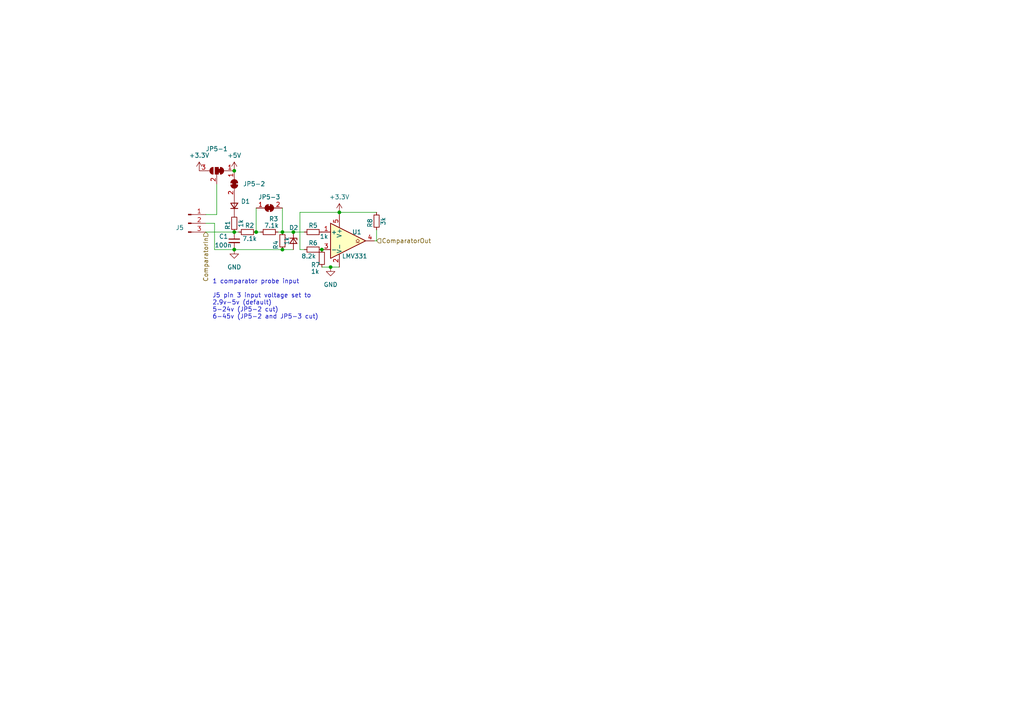
<source format=kicad_sch>
(kicad_sch (version 20231120) (generator "eeschema") (generator_version "8.0")
  (paper "A4")
  (lib_symbols
    (symbol "Comparator:LMV331" (pin_names (offset 0.127))
      (property "Reference" "U" (at 1.27 5.08 0))
      (property "Value" "LMV331" (at 3.81 -5.08 0))
      (symbol "LMV331_0_1"
        (polyline (pts (xy -5.08 5.08) (xy 5.08 0) (xy -5.08 -5.08) (xy -5.08 5.08)) (stroke (width 0.254)) (fill (type background)))
        (polyline (pts (xy 3.302 -0.508) (xy 2.794 -0.508) (xy 3.302 0) (xy 2.794 0.508) (xy 2.286 0) (xy 2.794 -0.508) (xy 2.286 -0.508)) (stroke (width 0.127)))
      )
      (symbol "LMV331_1_1"
        (pin input line (at -7.62 2.54 0) (length 2.54) (name "+") (number "1"))
        (pin power_in line (at -2.54 -7.62 90) (length 3.81) (name "V-") (number "2"))
        (pin input line (at -7.62 -2.54 0) (length 2.54) (name "-") (number "3"))
        (pin open_collector line (at 7.62 0 180) (length 2.54) (name "~") (number "4"))
        (pin power_in line (at -2.54 7.62 270) (length 3.81) (name "V+") (number "5"))
      )
    )
    (symbol "Connector:Conn_01x03_Pin" (pin_names (offset 1.016) hide)
      (property "Reference" "J" (at 0 5.08 0))
      (property "Value" "Conn_01x03_Pin" (at 0 -5.08 0))
      (symbol "Conn_01x03_Pin_1_1"
        (polyline (pts (xy 1.27 -2.54) (xy 0.8636 -2.54)) (stroke (width 0.1524)))
        (polyline (pts (xy 1.27 0) (xy 0.8636 0)) (stroke (width 0.1524)))
        (polyline (pts (xy 1.27 2.54) (xy 0.8636 2.54)) (stroke (width 0.1524)))
        (rectangle (start 0.8636 -2.413) (end 0 -2.667) (stroke (width 0.1524)) (fill (type outline)))
        (rectangle (start 0.8636 0.127) (end 0 -0.127) (stroke (width 0.1524)) (fill (type outline)))
        (rectangle (start 0.8636 2.667) (end 0 2.413) (stroke (width 0.1524)) (fill (type outline)))
        (pin passive line (at 5.08 2.54 180) (length 3.81) (name "Pin_1") (number "1"))
        (pin passive line (at 5.08 0 180) (length 3.81) (name "Pin_2") (number "2"))
        (pin passive line (at 5.08 -2.54 180) (length 3.81) (name "Pin_3") (number "3"))
      )
    )
    (symbol "Device:C_Small" (pin_numbers hide) (pin_names (offset 0.254) hide)
      (property "Reference" "C" (at 0.254 1.778 0))
      (property "Value" "C_Small" (at 0.254 -2.032 0))
      (symbol "C_Small_0_1"
        (polyline (pts (xy -1.524 -0.508) (xy 1.524 -0.508)) (stroke (width 0.3302)))
        (polyline (pts (xy -1.524 0.508) (xy 1.524 0.508)) (stroke (width 0.3048)))
      )
      (symbol "C_Small_1_1"
        (pin passive line (at 0 2.54 270) (length 2.032) (name "~") (number "1"))
        (pin passive line (at 0 -2.54 90) (length 2.032) (name "~") (number "2"))
      )
    )
    (symbol "Device:D_Small" (pin_numbers hide) (pin_names (offset 0.254) hide)
      (property "Reference" "D" (at -1.27 2.032 0))
      (property "Value" "D_Small" (at -3.81 -2.032 0))
      (symbol "D_Small_0_1"
        (polyline (pts (xy -0.762 -1.016) (xy -0.762 1.016)) (stroke (width 0.254)))
        (polyline (pts (xy -0.762 0) (xy 0.762 0)))
        (polyline (pts (xy 0.762 -1.016) (xy -0.762 0) (xy 0.762 1.016) (xy 0.762 -1.016)) (stroke (width 0.254)))
      )
      (symbol "D_Small_1_1"
        (pin passive line (at -2.54 0 0) (length 1.778) (name "K") (number "1"))
        (pin passive line (at 2.54 0 180) (length 1.778) (name "A") (number "2"))
      )
    )
    (symbol "Device:D_Zener_Small" (pin_numbers hide) (pin_names (offset 0.254) hide)
      (property "Reference" "D" (at 0 2.286 0))
      (property "Value" "D_Zener_Small" (at 0 -2.286 0))
      (symbol "D_Zener_Small_0_1"
        (polyline (pts (xy 0.762 0) (xy -0.762 0)))
        (polyline (pts (xy -0.254 1.016) (xy -0.762 1.016) (xy -0.762 -1.016)) (stroke (width 0.254)))
        (polyline (pts (xy 0.762 1.016) (xy -0.762 0) (xy 0.762 -1.016) (xy 0.762 1.016)) (stroke (width 0.254)))
      )
      (symbol "D_Zener_Small_1_1"
        (pin passive line (at -2.54 0 0) (length 1.778) (name "K") (number "1"))
        (pin passive line (at 2.54 0 180) (length 1.778) (name "A") (number "2"))
      )
    )
    (symbol "Device:R_Small" (pin_numbers hide) (pin_names (offset 0.254) hide)
      (property "Reference" "R" (at 0.762 0.508 0))
      (property "Value" "R_Small" (at 0.762 -1.016 0))
      (symbol "R_Small_0_1"
        (rectangle (start -0.762 1.778) (end 0.762 -1.778) (stroke (width 0.2032)))
      )
      (symbol "R_Small_1_1"
        (pin passive line (at 0 2.54 270) (length 0.762) (name "~") (number "1"))
        (pin passive line (at 0 -2.54 90) (length 0.762) (name "~") (number "2"))
      )
    )
    (symbol "Jumper:SolderJumper_2_Bridged" (pin_names (offset 0) hide)
      (property "Reference" "JP" (at 0 2.032 0))
      (property "Value" "SolderJumper_2_Bridged" (at 0 -2.54 0))
      (symbol "SolderJumper_2_Bridged_0_1"
        (rectangle (start -0.508 0.508) (end 0.508 -0.508) (fill (type outline)))
        (arc (start -0.254 1.016) (mid -1.2656 0) (end -0.254 -1.016))
        (arc (start -0.254 1.016) (mid -1.2656 0) (end -0.254 -1.016) (fill (type outline)))
        (polyline (pts (xy -0.254 1.016) (xy -0.254 -1.016)))
        (polyline (pts (xy 0.254 1.016) (xy 0.254 -1.016)))
        (arc (start 0.254 -1.016) (mid 1.2656 0) (end 0.254 1.016))
        (arc (start 0.254 -1.016) (mid 1.2656 0) (end 0.254 1.016) (fill (type outline)))
      )
      (symbol "SolderJumper_2_Bridged_1_1"
        (pin passive line (at -3.81 0 0) (length 2.54) (name "A") (number "1"))
        (pin passive line (at 3.81 0 180) (length 2.54) (name "B") (number "2"))
      )
    )
    (symbol "Jumper:SolderJumper_3_Bridged12" (pin_names (offset 0) hide)
      (property "Reference" "JP" (at -2.54 -2.54 0))
      (property "Value" "SolderJumper_3_Bridged12" (at 0 2.794 0))
      (symbol "SolderJumper_3_Bridged12_0_1"
        (rectangle (start -1.016 0.508) (end -0.508 -0.508) (fill (type outline)))
        (arc (start -1.016 1.016) (mid -2.0276 0) (end -1.016 -1.016))
        (arc (start -1.016 1.016) (mid -2.0276 0) (end -1.016 -1.016) (fill (type outline)))
        (rectangle (start -0.508 1.016) (end 0.508 -1.016) (fill (type outline)))
        (polyline (pts (xy -2.54 0) (xy -2.032 0)))
        (polyline (pts (xy -1.016 1.016) (xy -1.016 -1.016)))
        (polyline (pts (xy 0 -1.27) (xy 0 -1.016)))
        (polyline (pts (xy 1.016 1.016) (xy 1.016 -1.016)))
        (polyline (pts (xy 2.54 0) (xy 2.032 0)))
        (arc (start 1.016 -1.016) (mid 2.0276 0) (end 1.016 1.016))
        (arc (start 1.016 -1.016) (mid 2.0276 0) (end 1.016 1.016) (fill (type outline)))
      )
      (symbol "SolderJumper_3_Bridged12_1_1"
        (pin passive line (at -5.08 0 0) (length 2.54) (name "A") (number "1"))
        (pin passive line (at 0 -3.81 90) (length 2.54) (name "C") (number "2"))
        (pin passive line (at 5.08 0 180) (length 2.54) (name "B") (number "3"))
      )
    )
    (symbol "power:+3.3V" (power) (pin_names (offset 0))
      (property "Value" "+3.3V" (at 0 3.556 0))
      (symbol "+3.3V_0_1"
        (polyline (pts (xy -0.762 1.27) (xy 0 2.54)))
        (polyline (pts (xy 0 0) (xy 0 2.54)))
        (polyline (pts (xy 0 2.54) (xy 0.762 1.27)))
      )
      (symbol "+3.3V_1_1"
        (pin power_in line (at 0 0 90) (length 0) hide (name "+3.3V") (number "1"))
      )
    )
    (symbol "power:+5V" (power) (pin_names (offset 0))
      (property "Value" "+5V" (at 0 3.556 0))
      (symbol "+5V_0_1"
        (polyline (pts (xy -0.762 1.27) (xy 0 2.54)))
        (polyline (pts (xy 0 0) (xy 0 2.54)))
        (polyline (pts (xy 0 2.54) (xy 0.762 1.27)))
      )
      (symbol "+5V_1_1"
        (pin power_in line (at 0 0 90) (length 0) hide (name "+5V") (number "1"))
      )
    )
    (symbol "power:GND" (power) (pin_names (offset 0))
      (property "Value" "GND" (at 0 -3.81 0))
      (symbol "GND_0_1"
        (polyline (pts (xy 0 0) (xy 0 -1.27) (xy 1.27 -1.27) (xy 0 -2.54) (xy -1.27 -1.27) (xy 0 -1.27)))
      )
      (symbol "GND_1_1"
        (pin power_in line (at 0 0 270) (length 0) hide (name "GND") (number "1"))
      )
    )
  )
  (junction (at 98.425 61.595))
  (junction (at 67.945 49.53))
  (junction (at 95.885 77.47))
  (junction (at 74.295 67.31))
  (junction (at 81.915 67.31))
  (junction (at 67.945 67.31))
  (junction (at 93.345 72.39))
  (junction (at 67.945 72.39))
  (junction (at 85.09 67.31))
  (junction (at 81.915 72.39))
  (wire (pts (xy 80.645 67.31) (xy 81.915 67.31)))
  (wire (pts (xy 62.23 72.39) (xy 67.945 72.39)))
  (wire (pts (xy 86.995 72.39) (xy 88.265 72.39)))
  (wire (pts (xy 86.995 61.595) (xy 86.995 72.39)))
  (wire (pts (xy 67.945 67.31) (xy 69.215 67.31)))
  (wire (pts (xy 85.09 67.31) (xy 88.265 67.31)))
  (wire (pts (xy 74.295 67.31) (xy 75.565 67.31)))
  (wire (pts (xy 81.915 72.39) (xy 85.09 72.39)))
  (wire (pts (xy 81.915 60.325) (xy 81.915 67.31)))
  (wire (pts (xy 93.345 77.47) (xy 95.885 77.47)))
  (wire (pts (xy 62.865 62.23) (xy 59.69 62.23)))
  (wire (pts (xy 81.915 67.31) (xy 85.09 67.31)))
  (wire (pts (xy 59.69 67.31) (xy 67.945 67.31)))
  (wire (pts (xy 62.23 64.77) (xy 62.23 72.39)))
  (wire (pts (xy 98.425 61.595) (xy 109.22 61.595)))
  (wire (pts (xy 62.865 53.34) (xy 62.865 62.23)))
  (wire (pts (xy 95.885 77.47) (xy 98.425 77.47)))
  (wire (pts (xy 98.425 61.595) (xy 98.425 62.23)))
  (wire (pts (xy 74.295 60.325) (xy 74.295 67.31)))
  (wire (pts (xy 67.945 72.39) (xy 81.915 72.39)))
  (wire (pts (xy 86.995 61.595) (xy 98.425 61.595)))
  (wire (pts (xy 59.69 64.77) (xy 62.23 64.77)))
  (wire (pts (xy 109.22 66.675) (xy 109.22 69.85)))
  (wire (pts (xy 109.22 69.85) (xy 108.585 69.85)))
  (text "1 comparator probe input\n\nJ5 pin 3 input voltage set to\n2.9v-5v (default)\n5-24v (JP5-2 cut)\n6-45v (JP5-2 and JP5-3 cut)" (at 61.595 92.71 0) (effects (font (size 1.27 1.27)) (justify left bottom)))
  (hierarchical_label "ComparatorOut" (shape input) (at 109.22 69.85 0))
  (hierarchical_label "ComparatorIn" (shape input) (at 59.69 67.31 270))
  (symbol (lib_id "Jumper:SolderJumper_2_Bridged") (at 67.945 53.34 270) (unit 1)
    (property "Reference" "JP5-2" (at 70.485 53.34 90) (effects (justify left)))
    (property "Value" "SolderJumper_2_Bridged" (effects (hide yes)))
    (property "Footprint" "Jumper:SolderJumper-2_P1.3mm_Bridged_RoundedPad1.0x1.5mm" (effects (hide yes)))
  )
  (symbol (lib_id "Device:D_Zener_Small") (at 85.09 69.85 270) (unit 1)
    (property "Reference" "D2" (at 83.82 66.04 90) (effects (justify left)))
    (property "Value" "D_Zener_Small" (effects (hide yes)))
    (property "Footprint" "Diode_SMD:D_0402_1005Metric" (effects (hide yes)))
  )
  (symbol (lib_id "Device:R_Small") (at 67.945 64.77 0) (unit 1)
    (property "Reference" "R1" (at 66.04 66.675 90) (effects (justify left)))
    (property "Value" "1k" (at 69.85 66.04 90) (effects (justify left)))
    (property "Footprint" "Resistor_SMD:R_0402_1005Metric" (effects (hide yes)))
  )
  (symbol (lib_id "Device:D_Small") (at 67.945 59.69 90) (unit 1)
    (property "Reference" "D1" (at 69.85 58.42 90) (effects (justify right)))
    (property "Value" "D_Small" (effects (hide yes)))
    (property "Footprint" "Diode_SMD:D_SOD-323" (effects (hide yes)))
    (property "Sim.Device" "D" (effects (hide yes)))
    (property "Sim.Pins" "1=K 2=A" (effects (hide yes)))
  )
  (symbol (lib_id "Connector:Conn_01x03_Pin") (at 54.61 64.77 0) (unit 1)
    (property "Reference" "J5" (at 53.34 66.04 0) (effects (justify right)))
    (property "Value" "Conn_01x03_Pin" (effects (hide yes)))
    (property "Footprint" "Connector_Molex:Molex_KK-254_AE-6410-03A_1x03_P2.54mm_Vertical" (effects (hide yes)))
  )
  (symbol (lib_id "Device:R_Small") (at 93.345 74.93 0) (unit 1)
    (property "Reference" "R7" (at 90.17 76.835 0) (effects (justify left)))
    (property "Value" "1k" (at 90.17 78.74 0) (effects (justify left)))
    (property "Footprint" "Resistor_SMD:R_0402_1005Metric" (effects (hide yes)))
  )
  (symbol (lib_id "Device:R_Small") (at 78.105 67.31 90) (unit 1)
    (property "Reference" "R3" (at 79.375 63.5 90))
    (property "Value" "7.1k" (at 78.74 65.405 90))
    (property "Footprint" "Resistor_SMD:R_0402_1005Metric" (effects (hide yes)))
  )
  (symbol (lib_id "Device:C_Small") (at 67.945 69.85 0) (unit 1)
    (property "Reference" "C1" (at 63.5 68.58 0) (effects (justify left)))
    (property "Value" "100n" (at 62.23 71.12 0) (effects (justify left)))
    (property "Footprint" "Capacitor_SMD:C_0402_1005Metric" (effects (hide yes)))
  )
  (symbol (lib_id "Jumper:SolderJumper_2_Bridged") (at 78.105 60.325 0) (unit 1)
    (property "Reference" "JP5-3" (at 78.105 57.15 0))
    (property "Value" "SolderJumper_2_Bridged" (effects (hide yes)))
    (property "Footprint" "Jumper:SolderJumper-2_P1.3mm_Bridged_RoundedPad1.0x1.5mm" (effects (hide yes)))
  )
  (symbol (lib_id "Jumper:SolderJumper_3_Bridged12") (at 62.865 49.53 0) (mirror y) (unit 1)
    (property "Reference" "JP5-1" (at 62.865 43.18 0))
    (property "Value" "SolderJumper_3_Bridged12" (effects (hide yes)))
    (property "Footprint" "Jumper:SolderJumper-3_P1.3mm_Bridged12_RoundedPad1.0x1.5mm" (effects (hide yes)))
  )
  (symbol (lib_id "Device:R_Small") (at 109.22 64.135 0) (unit 1)
    (property "Reference" "R8" (at 107.315 66.04 90) (effects (justify left)))
    (property "Value" "3k" (at 111.125 65.405 90) (effects (justify left)))
    (property "Footprint" "Resistor_SMD:R_0402_1005Metric" (effects (hide yes)))
  )
  (symbol (lib_id "power:GND") (at 67.945 72.39 0) (unit 1)
    (property "Reference" "#PWR51" (effects (hide yes)))
    (property "Value" "GND" (at 67.945 77.47 0))
  )
  (symbol (lib_id "power:+3.3V") (at 98.425 61.595 0) (unit 1)
    (property "Reference" "#PWR53" (effects (hide yes)))
    (property "Value" "+3.3V" (at 98.425 57.15 0))
  )
  (symbol (lib_id "Device:R_Small") (at 81.915 69.85 0) (unit 1)
    (property "Reference" "R4" (at 80.01 72.39 90) (effects (justify left)))
    (property "Value" "1k" (at 83.185 71.12 90) (effects (justify left)))
    (property "Footprint" "Resistor_SMD:R_0402_1005Metric" (effects (hide yes)))
  )
  (symbol (lib_id "Comparator:LMV331") (at 100.965 69.85 0) (unit 1)
    (property "Reference" "U1" (at 103.505 67.31 0))
    (property "Value" "LMV331" (at 102.87 74.295 0))
    (property "Footprint" "Package_TO_SOT_SMD:SOT-23-5" (effects (hide yes)))
    (property "Datasheet" "http://www.ti.com/lit/ds/symlink/lmv331.pdf" (effects (hide yes)))
  )
  (symbol (lib_id "power:GND") (at 95.885 77.47 0) (unit 1)
    (property "Reference" "#PWR52" (effects (hide yes)))
    (property "Value" "GND" (at 95.885 82.55 0))
  )
  (symbol (lib_id "power:+5V") (at 67.945 49.53 0) (unit 1)
    (property "Reference" "#PWR50" (effects (hide yes)))
    (property "Value" "+5V" (at 67.945 45.085 0))
  )
  (symbol (lib_id "Device:R_Small") (at 71.755 67.31 90) (unit 1)
    (property "Reference" "R2" (at 72.39 65.405 90))
    (property "Value" "7.1k" (at 72.39 69.215 90))
    (property "Footprint" "Resistor_SMD:R_0402_1005Metric" (effects (hide yes)))
  )
  (symbol (lib_id "power:+3.3V") (at 57.785 49.53 0) (unit 1)
    (property "Reference" "#PWR49" (effects (hide yes)))
    (property "Value" "+3.3V" (at 57.785 45.085 0))
  )
  (symbol (lib_id "Device:R_Small") (at 90.805 72.39 270) (unit 1)
    (property "Reference" "R6" (at 90.805 70.485 90))
    (property "Value" "8.2k" (at 89.535 74.295 90))
    (property "Footprint" "Resistor_SMD:R_0402_1005Metric" (effects (hide yes)))
  )
  (symbol (lib_id "Device:R_Small") (at 90.805 67.31 90) (unit 1)
    (property "Reference" "R5" (at 90.805 65.405 90))
    (property "Value" "1k" (at 93.98 68.58 90))
    (property "Footprint" "Resistor_SMD:R_0402_1005Metric" (effects (hide yes)))
  )
)
</source>
